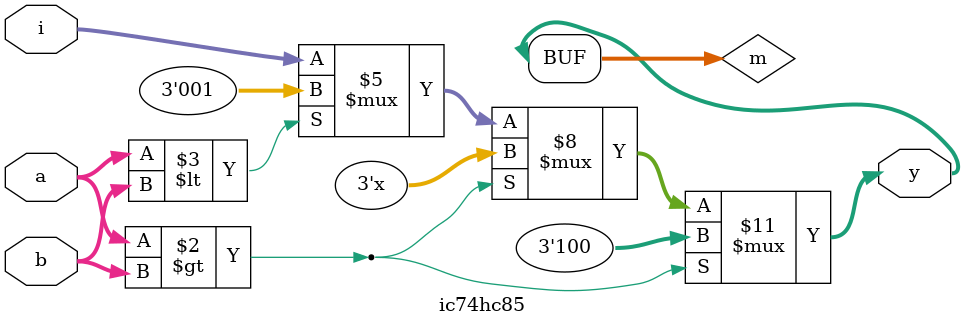
<source format=v>
module ic74hc85(
    input [3:0] a,b,
    input [2:0] i,
    output [2:0] y
);
    reg [2:0] m;
    always @(a,b,i) begin
        if(a>b)         m=3'b100;
        else if(a<b)    m=3'b001;
        else            m=i;
    end
    assign y=m;
endmodule
//4位数值比较器
//a>b y=0b100
//a<b y=0b001
//a=b y为上一级结果

</source>
